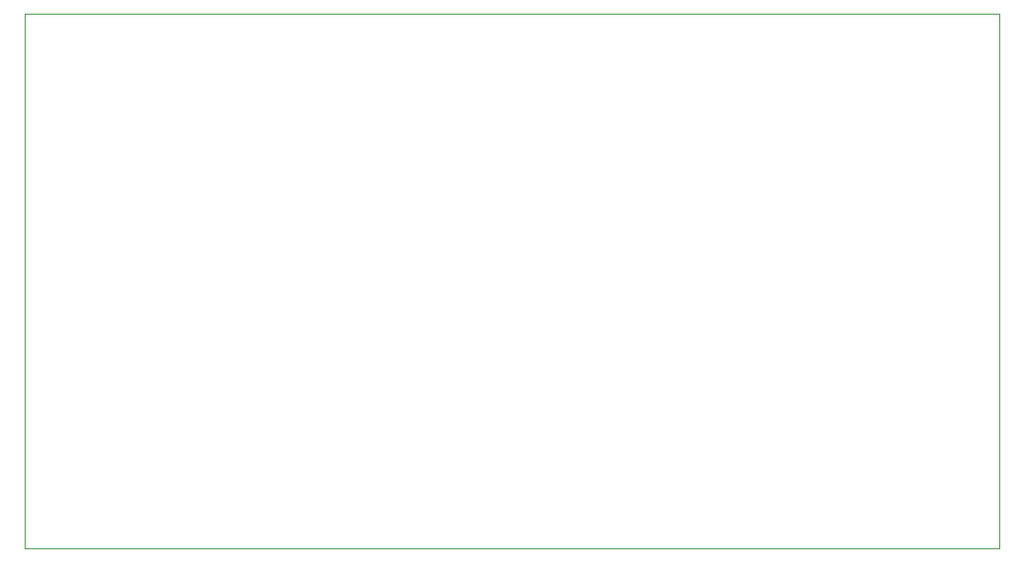
<source format=gbr>
%TF.GenerationSoftware,KiCad,Pcbnew,(6.0.1)*%
%TF.CreationDate,2022-02-21T12:58:46+02:00*%
%TF.ProjectId,RegulusFocuser-V1,52656775-6c75-4734-966f-63757365722d,rev?*%
%TF.SameCoordinates,Original*%
%TF.FileFunction,Profile,NP*%
%FSLAX46Y46*%
G04 Gerber Fmt 4.6, Leading zero omitted, Abs format (unit mm)*
G04 Created by KiCad (PCBNEW (6.0.1)) date 2022-02-21 12:58:46*
%MOMM*%
%LPD*%
G01*
G04 APERTURE LIST*
%TA.AperFunction,Profile*%
%ADD10C,0.100000*%
%TD*%
G04 APERTURE END LIST*
D10*
X99060000Y-66040000D02*
X189230000Y-66040000D01*
X189230000Y-66040000D02*
X189230000Y-115570000D01*
X189230000Y-115570000D02*
X99060000Y-115570000D01*
X99060000Y-115570000D02*
X99060000Y-66040000D01*
M02*

</source>
